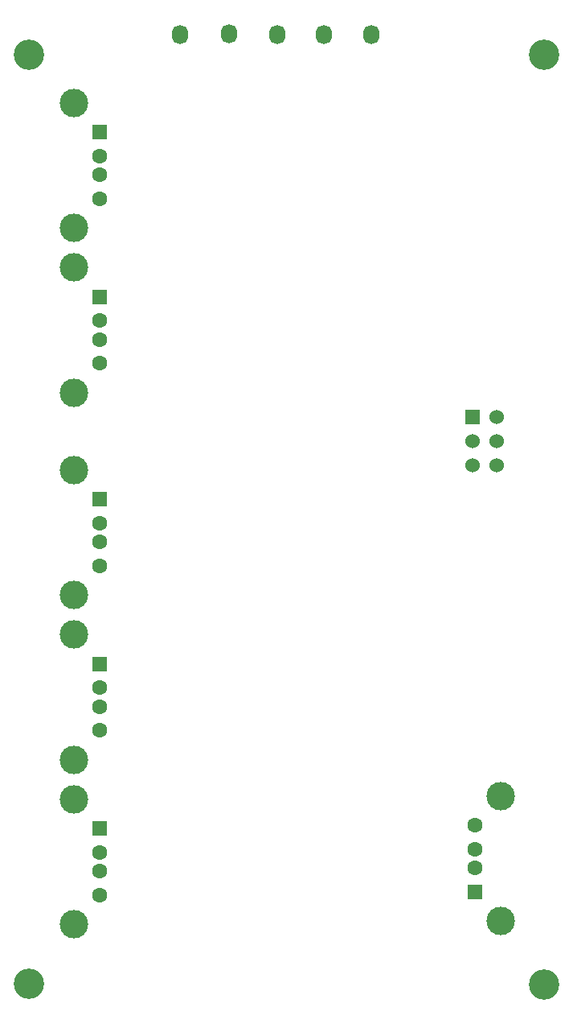
<source format=gbr>
%TF.GenerationSoftware,KiCad,Pcbnew,9.0.6*%
%TF.CreationDate,2025-12-28T11:40:05+01:00*%
%TF.ProjectId,USB_Hub,5553425f-4875-4622-9e6b-696361645f70,rev?*%
%TF.SameCoordinates,Original*%
%TF.FileFunction,Soldermask,Bot*%
%TF.FilePolarity,Negative*%
%FSLAX46Y46*%
G04 Gerber Fmt 4.6, Leading zero omitted, Abs format (unit mm)*
G04 Created by KiCad (PCBNEW 9.0.6) date 2025-12-28 11:40:05*
%MOMM*%
%LPD*%
G01*
G04 APERTURE LIST*
%ADD10O,1.730000X2.030000*%
%ADD11C,3.200000*%
%ADD12C,1.524000*%
%ADD13R,1.524000X1.524000*%
%ADD14C,3.000000*%
%ADD15C,1.600000*%
%ADD16R,1.500000X1.600000*%
G04 APERTURE END LIST*
D10*
%TO.C,REF\u002A\u002A*%
X66751200Y-38303200D03*
%TD*%
%TO.C,REF\u002A\u002A*%
X71831200Y-38354000D03*
%TD*%
%TO.C,REF\u002A\u002A*%
X81737200Y-38354000D03*
%TD*%
%TO.C,REF\u002A\u002A*%
X76708000Y-38354000D03*
%TD*%
%TO.C,REF\u002A\u002A*%
X61569600Y-38354000D03*
%TD*%
D11*
%TO.C,REF\u002A\u002A*%
X99894000Y-40491800D03*
%TD*%
%TO.C,REF\u002A\u002A*%
X45648000Y-40491800D03*
%TD*%
%TO.C,REF\u002A\u002A*%
X99894000Y-138248000D03*
%TD*%
%TO.C,REF\u002A\u002A*%
X45622600Y-138171800D03*
%TD*%
D12*
%TO.C,SW1*%
X94945200Y-78536800D03*
X94945200Y-81076800D03*
X94945200Y-83616800D03*
X92405200Y-83616800D03*
X92405200Y-81076800D03*
D13*
X92405200Y-78536800D03*
%TD*%
D14*
%TO.C,J4*%
X95343200Y-118448800D03*
X95343200Y-131588800D03*
D15*
X92633200Y-121518800D03*
X92633200Y-124018800D03*
X92633200Y-126018800D03*
D16*
X92633200Y-128518800D03*
%TD*%
D14*
%TO.C,J5*%
X50351200Y-58690800D03*
X50351200Y-45550800D03*
D15*
X53061200Y-55620800D03*
X53061200Y-53120800D03*
X53061200Y-51120800D03*
D16*
X53061200Y-48620800D03*
%TD*%
D14*
%TO.C,J3*%
X50410400Y-131912800D03*
X50410400Y-118772800D03*
D15*
X53120400Y-128842800D03*
X53120400Y-126342800D03*
X53120400Y-124342800D03*
D16*
X53120400Y-121842800D03*
%TD*%
D14*
%TO.C,J1*%
X50410400Y-97292800D03*
X50410400Y-84152800D03*
D15*
X53120400Y-94222800D03*
X53120400Y-91722800D03*
X53120400Y-89722800D03*
D16*
X53120400Y-87222800D03*
%TD*%
D14*
%TO.C,J2*%
X50410400Y-114602800D03*
X50410400Y-101462800D03*
D15*
X53120400Y-111532800D03*
X53120400Y-109032800D03*
X53120400Y-107032800D03*
D16*
X53120400Y-104532800D03*
%TD*%
D14*
%TO.C,J6*%
X50351200Y-76000800D03*
X50351200Y-62860800D03*
D15*
X53061200Y-72930800D03*
X53061200Y-70430800D03*
X53061200Y-68430800D03*
D16*
X53061200Y-65930800D03*
%TD*%
M02*

</source>
